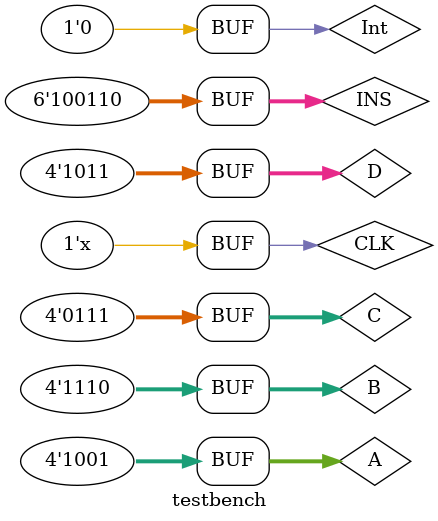
<source format=v>
`timescale 1ns / 1ps
`define CYCLE 10


module testbench();
    reg [3:0] A, B, C, D;
    reg Int, CLK;
    reg [5:0] INS;
    wire [3:0] Result;
    
    Processor uut(.A(A), .B(B), .C(C), .D(D), .Int(Int), .INS(INS), .CLK(CLK), .Result(Result));
    
    initial
        CLK = 1'b0;
        always
            #(`CYCLE) CLK = ~CLK;
            
    initial begin
        A = 4'b1001; B = 4'b1110; C = 4'b0111; D = 4'b1011;
        Int = 1'b0;
        INS = 6'b001011;
        #100
        Int = 1'b1;
        #20
        Int = 1'b0;
        INS = 6'b110001;
        #100
        INS = 6'b100110;
        #100;
    end

endmodule

</source>
